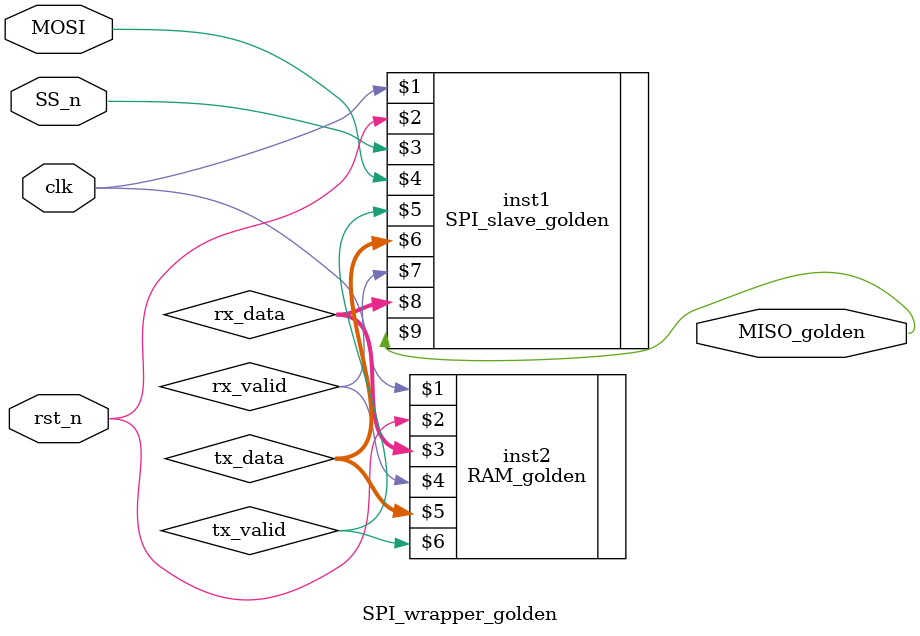
<source format=v>
module SPI_wrapper_golden (clk, rst_n, SS_n, MOSI, MISO_golden);
    input  clk, rst_n, MOSI, SS_n;
    output MISO_golden;

    wire [9:0] rx_data;
    wire rx_valid;
    wire [7:0] tx_data;
    wire tx_valid;

    SPI_slave_golden inst1 (clk, rst_n, SS_n, MOSI, tx_valid, tx_data, rx_valid, rx_data, MISO_golden);
    RAM_golden inst2 (clk, rst_n, rx_data, rx_valid, tx_data, tx_valid);
endmodule
</source>
